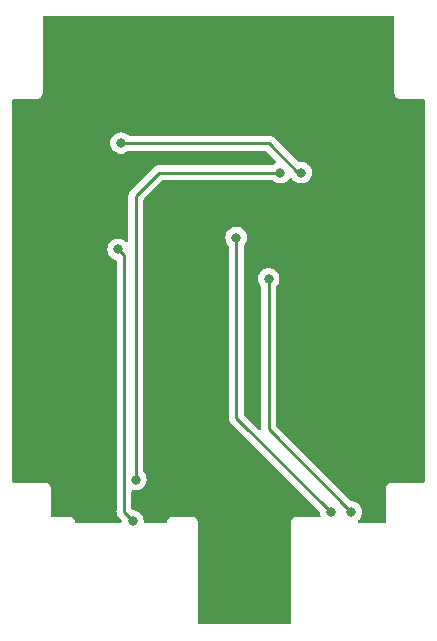
<source format=gbl>
%TF.GenerationSoftware,KiCad,Pcbnew,(6.0.1)*%
%TF.CreationDate,2022-02-03T01:47:34-08:00*%
%TF.ProjectId,sd2ps2,73643270-7332-42e6-9b69-6361645f7063,rev?*%
%TF.SameCoordinates,Original*%
%TF.FileFunction,Copper,L2,Bot*%
%TF.FilePolarity,Positive*%
%FSLAX46Y46*%
G04 Gerber Fmt 4.6, Leading zero omitted, Abs format (unit mm)*
G04 Created by KiCad (PCBNEW (6.0.1)) date 2022-02-03 01:47:34*
%MOMM*%
%LPD*%
G01*
G04 APERTURE LIST*
%TA.AperFunction,ViaPad*%
%ADD10C,0.800000*%
%TD*%
%TA.AperFunction,Conductor*%
%ADD11C,0.250000*%
%TD*%
G04 APERTURE END LIST*
D10*
%TO.N,GND*%
X178000000Y-105000000D03*
X200000000Y-97500000D03*
X200000000Y-107500000D03*
X170000000Y-115000000D03*
X200000000Y-110000000D03*
X167500000Y-95000000D03*
X170000000Y-112500000D03*
X174000000Y-105000000D03*
X170000000Y-110000000D03*
X200000000Y-100000000D03*
X197500000Y-80000000D03*
X200000000Y-112500000D03*
X167500000Y-100000000D03*
X200000000Y-87500000D03*
X174000000Y-110000000D03*
X167500000Y-97500000D03*
X170000000Y-77500000D03*
X178000000Y-110000000D03*
X167500000Y-110000000D03*
X197500000Y-77500000D03*
X200000000Y-90000000D03*
X167500000Y-102500000D03*
X197500000Y-82500000D03*
X189500000Y-110000000D03*
X180500000Y-105000000D03*
X167500000Y-112500000D03*
X180500000Y-110000000D03*
X170000000Y-82500000D03*
X170000000Y-80000000D03*
X200000000Y-92500000D03*
X170000000Y-105000000D03*
X167500000Y-90000000D03*
X200000000Y-102500000D03*
X197500000Y-85000000D03*
X180500000Y-107500000D03*
X189500000Y-105000000D03*
X174000000Y-107500000D03*
X167500000Y-107500000D03*
X186500000Y-107500000D03*
X170000000Y-107500000D03*
X167500000Y-105000000D03*
X167500000Y-87500000D03*
X200000000Y-85000000D03*
X184000000Y-107500000D03*
X167500000Y-115000000D03*
X200000000Y-95000000D03*
X167500000Y-85000000D03*
X178000000Y-107500000D03*
X167500000Y-92500000D03*
X184000000Y-105000000D03*
X200000000Y-105000000D03*
X184000000Y-110000000D03*
%TO.N,/CLK*%
X188750000Y-89750000D03*
X176500000Y-115750000D03*
%TO.N,/CS*%
X175000000Y-96250000D03*
X176250000Y-119250000D03*
%TO.N,/DI*%
X185000000Y-95250008D03*
X193000000Y-118500000D03*
%TO.N,/DO*%
X187750016Y-98750000D03*
X194750000Y-118500000D03*
%TO.N,/CD*%
X175250000Y-87250000D03*
X190500000Y-89749996D03*
%TD*%
D11*
%TO.N,/CLK*%
X176500000Y-115750000D02*
X176500000Y-91750000D01*
X176500000Y-91750000D02*
X178500000Y-89750000D01*
X178500000Y-89750000D02*
X188750000Y-89750000D01*
%TO.N,/CS*%
X175500000Y-118500000D02*
X175500000Y-96750000D01*
X175500000Y-96750000D02*
X175000000Y-96250000D01*
X176250000Y-119250000D02*
X175500000Y-118500000D01*
%TO.N,/DI*%
X193000000Y-118500000D02*
X185000000Y-110500000D01*
X185000000Y-110500000D02*
X185000000Y-95250008D01*
%TO.N,/DO*%
X194750000Y-118500000D02*
X187750016Y-111500016D01*
X187750016Y-111500016D02*
X187750016Y-98750000D01*
%TO.N,/CD*%
X175250000Y-87250000D02*
X187750000Y-87250000D01*
X190249996Y-89749996D02*
X190500000Y-89749996D01*
X187750000Y-87250000D02*
X190249996Y-89749996D01*
%TD*%
%TA.AperFunction,Conductor*%
%TO.N,GND*%
G36*
X198334121Y-76528002D02*
G01*
X198380614Y-76581658D01*
X198392000Y-76634000D01*
X198392000Y-82991298D01*
X198391998Y-82992068D01*
X198391524Y-83069652D01*
X198393990Y-83078281D01*
X198393991Y-83078286D01*
X198399639Y-83098048D01*
X198403217Y-83114809D01*
X198406130Y-83135152D01*
X198406133Y-83135162D01*
X198407405Y-83144045D01*
X198418021Y-83167395D01*
X198424464Y-83184907D01*
X198431512Y-83209565D01*
X198447274Y-83234548D01*
X198455404Y-83249614D01*
X198467633Y-83276510D01*
X198484374Y-83295939D01*
X198495479Y-83310947D01*
X198509160Y-83332631D01*
X198515888Y-83338573D01*
X198531296Y-83352181D01*
X198543340Y-83364373D01*
X198562619Y-83386747D01*
X198570147Y-83391626D01*
X198570150Y-83391629D01*
X198584139Y-83400696D01*
X198599013Y-83411986D01*
X198618228Y-83428956D01*
X198626354Y-83432771D01*
X198626355Y-83432772D01*
X198632021Y-83435432D01*
X198644966Y-83441510D01*
X198659935Y-83449824D01*
X198684727Y-83465893D01*
X198701650Y-83470954D01*
X198709290Y-83473239D01*
X198726736Y-83479901D01*
X198749948Y-83490799D01*
X198779130Y-83495343D01*
X198795849Y-83499126D01*
X198815536Y-83505014D01*
X198815539Y-83505015D01*
X198824141Y-83507587D01*
X198833116Y-83507642D01*
X198833117Y-83507642D01*
X198839810Y-83507683D01*
X198858556Y-83507797D01*
X198859328Y-83507830D01*
X198860423Y-83508000D01*
X198891298Y-83508000D01*
X198892068Y-83508002D01*
X198965716Y-83508452D01*
X198965717Y-83508452D01*
X198969652Y-83508476D01*
X198970996Y-83508092D01*
X198972341Y-83508000D01*
X200866000Y-83508000D01*
X200934121Y-83528002D01*
X200980614Y-83581658D01*
X200992000Y-83634000D01*
X200992000Y-115866000D01*
X200971998Y-115934121D01*
X200918342Y-115980614D01*
X200866000Y-115992000D01*
X198208702Y-115992000D01*
X198207932Y-115991998D01*
X198207078Y-115991993D01*
X198130348Y-115991524D01*
X198121719Y-115993990D01*
X198121714Y-115993991D01*
X198101952Y-115999639D01*
X198085191Y-116003217D01*
X198064848Y-116006130D01*
X198064838Y-116006133D01*
X198055955Y-116007405D01*
X198032605Y-116018021D01*
X198015093Y-116024464D01*
X198007057Y-116026761D01*
X197990435Y-116031512D01*
X197965452Y-116047274D01*
X197950386Y-116055404D01*
X197923490Y-116067633D01*
X197904061Y-116084374D01*
X197889053Y-116095479D01*
X197867369Y-116109160D01*
X197861427Y-116115888D01*
X197847819Y-116131296D01*
X197835627Y-116143340D01*
X197813253Y-116162619D01*
X197808374Y-116170147D01*
X197808371Y-116170150D01*
X197799304Y-116184139D01*
X197788014Y-116199013D01*
X197771044Y-116218228D01*
X197758490Y-116244966D01*
X197750176Y-116259935D01*
X197734107Y-116284727D01*
X197731535Y-116293327D01*
X197726761Y-116309290D01*
X197720099Y-116326736D01*
X197709201Y-116349948D01*
X197704658Y-116379128D01*
X197700874Y-116395849D01*
X197694986Y-116415536D01*
X197694985Y-116415539D01*
X197692413Y-116424141D01*
X197692358Y-116433116D01*
X197692358Y-116433117D01*
X197692203Y-116458546D01*
X197692170Y-116459328D01*
X197692000Y-116460423D01*
X197692000Y-116491298D01*
X197691998Y-116492068D01*
X197691524Y-116569652D01*
X197691908Y-116570996D01*
X197692000Y-116572341D01*
X197692000Y-119278911D01*
X197671998Y-119347032D01*
X197618342Y-119393525D01*
X197566977Y-119404907D01*
X196517692Y-119413041D01*
X195415942Y-119421582D01*
X195347669Y-119402109D01*
X195300762Y-119348815D01*
X195290113Y-119278622D01*
X195319105Y-119213814D01*
X195340904Y-119193651D01*
X195355907Y-119182751D01*
X195355912Y-119182746D01*
X195361253Y-119178866D01*
X195373322Y-119165462D01*
X195484621Y-119041852D01*
X195484622Y-119041851D01*
X195489040Y-119036944D01*
X195552654Y-118926761D01*
X195581223Y-118877279D01*
X195581224Y-118877278D01*
X195584527Y-118871556D01*
X195643542Y-118689928D01*
X195655512Y-118576045D01*
X195662814Y-118506565D01*
X195663504Y-118500000D01*
X195651301Y-118383891D01*
X195644232Y-118316635D01*
X195644232Y-118316633D01*
X195643542Y-118310072D01*
X195584527Y-118128444D01*
X195489040Y-117963056D01*
X195361253Y-117821134D01*
X195206752Y-117708882D01*
X195200724Y-117706198D01*
X195200722Y-117706197D01*
X195038319Y-117633891D01*
X195038318Y-117633891D01*
X195032288Y-117631206D01*
X194938887Y-117611353D01*
X194851944Y-117592872D01*
X194851939Y-117592872D01*
X194845487Y-117591500D01*
X194789595Y-117591500D01*
X194721474Y-117571498D01*
X194700500Y-117554595D01*
X188420421Y-111274516D01*
X188386395Y-111212204D01*
X188383516Y-111185421D01*
X188383516Y-99452524D01*
X188403518Y-99384403D01*
X188415874Y-99368221D01*
X188489056Y-99286944D01*
X188584543Y-99121556D01*
X188643558Y-98939928D01*
X188663520Y-98750000D01*
X188643558Y-98560072D01*
X188584543Y-98378444D01*
X188489056Y-98213056D01*
X188361269Y-98071134D01*
X188206768Y-97958882D01*
X188200740Y-97956198D01*
X188200738Y-97956197D01*
X188038335Y-97883891D01*
X188038334Y-97883891D01*
X188032304Y-97881206D01*
X187938903Y-97861353D01*
X187851960Y-97842872D01*
X187851955Y-97842872D01*
X187845503Y-97841500D01*
X187654529Y-97841500D01*
X187648077Y-97842872D01*
X187648072Y-97842872D01*
X187561129Y-97861353D01*
X187467728Y-97881206D01*
X187461698Y-97883891D01*
X187461697Y-97883891D01*
X187299294Y-97956197D01*
X187299292Y-97956198D01*
X187293264Y-97958882D01*
X187138763Y-98071134D01*
X187010976Y-98213056D01*
X186915489Y-98378444D01*
X186856474Y-98560072D01*
X186836512Y-98750000D01*
X186856474Y-98939928D01*
X186915489Y-99121556D01*
X187010976Y-99286944D01*
X187084153Y-99368215D01*
X187114869Y-99432221D01*
X187116516Y-99452524D01*
X187116516Y-111416421D01*
X187096514Y-111484542D01*
X187042858Y-111531035D01*
X186972584Y-111541139D01*
X186908004Y-111511645D01*
X186901421Y-111505516D01*
X185670405Y-110274500D01*
X185636379Y-110212188D01*
X185633500Y-110185405D01*
X185633500Y-95952532D01*
X185653502Y-95884411D01*
X185665858Y-95868229D01*
X185739040Y-95786952D01*
X185834527Y-95621564D01*
X185893542Y-95439936D01*
X185899433Y-95383891D01*
X185912814Y-95256573D01*
X185913504Y-95250008D01*
X185893542Y-95060080D01*
X185834527Y-94878452D01*
X185739040Y-94713064D01*
X185611253Y-94571142D01*
X185456752Y-94458890D01*
X185450724Y-94456206D01*
X185450722Y-94456205D01*
X185288319Y-94383899D01*
X185288318Y-94383899D01*
X185282288Y-94381214D01*
X185188888Y-94361361D01*
X185101944Y-94342880D01*
X185101939Y-94342880D01*
X185095487Y-94341508D01*
X184904513Y-94341508D01*
X184898061Y-94342880D01*
X184898056Y-94342880D01*
X184811113Y-94361361D01*
X184717712Y-94381214D01*
X184711682Y-94383899D01*
X184711681Y-94383899D01*
X184549278Y-94456205D01*
X184549276Y-94456206D01*
X184543248Y-94458890D01*
X184388747Y-94571142D01*
X184260960Y-94713064D01*
X184165473Y-94878452D01*
X184106458Y-95060080D01*
X184086496Y-95250008D01*
X184087186Y-95256573D01*
X184100568Y-95383891D01*
X184106458Y-95439936D01*
X184165473Y-95621564D01*
X184260960Y-95786952D01*
X184334137Y-95868223D01*
X184364853Y-95932229D01*
X184366500Y-95952532D01*
X184366500Y-110421233D01*
X184365973Y-110432416D01*
X184364298Y-110439909D01*
X184364547Y-110447835D01*
X184364547Y-110447836D01*
X184366438Y-110507986D01*
X184366500Y-110511945D01*
X184366500Y-110539856D01*
X184366997Y-110543790D01*
X184366997Y-110543791D01*
X184367005Y-110543856D01*
X184367938Y-110555693D01*
X184369327Y-110599889D01*
X184374978Y-110619339D01*
X184378987Y-110638700D01*
X184381526Y-110658797D01*
X184384445Y-110666168D01*
X184384445Y-110666170D01*
X184397804Y-110699912D01*
X184401649Y-110711142D01*
X184413982Y-110753593D01*
X184418015Y-110760412D01*
X184418017Y-110760417D01*
X184424293Y-110771028D01*
X184432988Y-110788776D01*
X184440448Y-110807617D01*
X184445110Y-110814033D01*
X184445110Y-110814034D01*
X184466436Y-110843387D01*
X184472952Y-110853307D01*
X184495458Y-110891362D01*
X184509779Y-110905683D01*
X184522619Y-110920716D01*
X184534528Y-110937107D01*
X184540634Y-110942158D01*
X184568605Y-110965298D01*
X184577384Y-110973288D01*
X192052878Y-118448782D01*
X192086904Y-118511094D01*
X192089092Y-118524703D01*
X192106458Y-118689928D01*
X192108498Y-118696206D01*
X192136168Y-118781366D01*
X192138196Y-118852334D01*
X192101533Y-118913131D01*
X192037821Y-118944457D01*
X191966841Y-118935123D01*
X191965273Y-118934107D01*
X191956676Y-118931536D01*
X191956674Y-118931535D01*
X191940710Y-118926761D01*
X191923264Y-118920099D01*
X191918827Y-118918016D01*
X191900052Y-118909201D01*
X191870870Y-118904657D01*
X191854151Y-118900874D01*
X191834464Y-118894986D01*
X191834461Y-118894985D01*
X191825859Y-118892413D01*
X191816884Y-118892358D01*
X191816883Y-118892358D01*
X191810190Y-118892317D01*
X191791444Y-118892203D01*
X191790672Y-118892170D01*
X191789577Y-118892000D01*
X191758702Y-118892000D01*
X191757932Y-118891998D01*
X191684284Y-118891548D01*
X191684283Y-118891548D01*
X191680348Y-118891524D01*
X191679004Y-118891908D01*
X191677659Y-118892000D01*
X190158702Y-118892000D01*
X190157932Y-118891998D01*
X190157078Y-118891993D01*
X190080348Y-118891524D01*
X190071719Y-118893990D01*
X190071714Y-118893991D01*
X190051952Y-118899639D01*
X190035191Y-118903217D01*
X190014848Y-118906130D01*
X190014838Y-118906133D01*
X190005955Y-118907405D01*
X189982605Y-118918021D01*
X189965093Y-118924464D01*
X189957057Y-118926761D01*
X189940435Y-118931512D01*
X189915452Y-118947274D01*
X189900386Y-118955404D01*
X189873490Y-118967633D01*
X189854061Y-118984374D01*
X189839053Y-118995479D01*
X189817369Y-119009160D01*
X189811427Y-119015888D01*
X189797819Y-119031296D01*
X189785626Y-119043341D01*
X189773495Y-119053794D01*
X189763253Y-119062619D01*
X189758374Y-119070147D01*
X189758371Y-119070150D01*
X189749304Y-119084139D01*
X189738014Y-119099013D01*
X189721044Y-119118228D01*
X189708490Y-119144966D01*
X189700176Y-119159935D01*
X189684107Y-119184727D01*
X189681535Y-119193327D01*
X189676761Y-119209290D01*
X189670099Y-119226736D01*
X189659201Y-119249948D01*
X189654737Y-119278622D01*
X189654658Y-119279128D01*
X189650874Y-119295849D01*
X189644986Y-119315536D01*
X189644985Y-119315539D01*
X189642413Y-119324141D01*
X189642358Y-119333116D01*
X189642358Y-119333117D01*
X189642203Y-119358546D01*
X189642170Y-119359328D01*
X189642000Y-119360423D01*
X189642000Y-119391298D01*
X189641998Y-119392068D01*
X189641952Y-119399679D01*
X189641524Y-119469652D01*
X189641908Y-119470996D01*
X189642000Y-119472341D01*
X189642000Y-127866000D01*
X189621998Y-127934121D01*
X189568342Y-127980614D01*
X189516000Y-127992000D01*
X181884000Y-127992000D01*
X181815879Y-127971998D01*
X181769386Y-127918342D01*
X181758000Y-127866000D01*
X181758000Y-119408702D01*
X181758002Y-119407932D01*
X181758421Y-119339322D01*
X181758476Y-119330348D01*
X181756010Y-119321719D01*
X181756009Y-119321714D01*
X181750361Y-119301952D01*
X181746783Y-119285191D01*
X181743870Y-119264848D01*
X181743867Y-119264838D01*
X181742595Y-119255955D01*
X181731979Y-119232605D01*
X181725536Y-119215093D01*
X181720954Y-119199063D01*
X181718488Y-119190435D01*
X181702726Y-119165452D01*
X181694596Y-119150386D01*
X181682367Y-119123490D01*
X181665626Y-119104061D01*
X181654521Y-119089053D01*
X181645630Y-119074961D01*
X181640840Y-119067369D01*
X181618703Y-119047818D01*
X181606659Y-119035626D01*
X181593239Y-119020051D01*
X181593237Y-119020050D01*
X181587381Y-119013253D01*
X181579853Y-119008374D01*
X181579850Y-119008371D01*
X181565861Y-118999304D01*
X181550987Y-118988014D01*
X181538502Y-118976988D01*
X181531772Y-118971044D01*
X181523646Y-118967229D01*
X181523645Y-118967228D01*
X181517979Y-118964568D01*
X181505034Y-118958490D01*
X181490065Y-118950176D01*
X181465273Y-118934107D01*
X181440709Y-118926761D01*
X181423264Y-118920099D01*
X181418827Y-118918016D01*
X181400052Y-118909201D01*
X181370870Y-118904657D01*
X181354151Y-118900874D01*
X181334464Y-118894986D01*
X181334461Y-118894985D01*
X181325859Y-118892413D01*
X181316884Y-118892358D01*
X181316883Y-118892358D01*
X181310190Y-118892317D01*
X181291444Y-118892203D01*
X181290672Y-118892170D01*
X181289577Y-118892000D01*
X181258702Y-118892000D01*
X181257932Y-118891998D01*
X181184284Y-118891548D01*
X181184283Y-118891548D01*
X181180348Y-118891524D01*
X181179004Y-118891908D01*
X181177659Y-118892000D01*
X179658702Y-118892000D01*
X179657932Y-118891998D01*
X179657078Y-118891993D01*
X179580348Y-118891524D01*
X179571719Y-118893990D01*
X179571714Y-118893991D01*
X179551952Y-118899639D01*
X179535191Y-118903217D01*
X179514848Y-118906130D01*
X179514838Y-118906133D01*
X179505955Y-118907405D01*
X179482605Y-118918021D01*
X179465093Y-118924464D01*
X179457057Y-118926761D01*
X179440435Y-118931512D01*
X179415452Y-118947274D01*
X179400386Y-118955404D01*
X179373490Y-118967633D01*
X179354061Y-118984374D01*
X179339053Y-118995479D01*
X179317369Y-119009160D01*
X179311427Y-119015888D01*
X179297819Y-119031296D01*
X179285626Y-119043341D01*
X179273495Y-119053794D01*
X179263253Y-119062619D01*
X179258374Y-119070147D01*
X179258371Y-119070150D01*
X179249304Y-119084139D01*
X179238014Y-119099013D01*
X179221044Y-119118228D01*
X179208490Y-119144966D01*
X179200176Y-119159935D01*
X179184107Y-119184727D01*
X179181535Y-119193327D01*
X179176761Y-119209290D01*
X179170099Y-119226736D01*
X179159201Y-119249948D01*
X179154737Y-119278622D01*
X179154658Y-119279128D01*
X179150873Y-119295854D01*
X179146609Y-119310109D01*
X179107924Y-119369640D01*
X179043195Y-119398807D01*
X179025894Y-119400000D01*
X177287676Y-119400000D01*
X177219555Y-119379998D01*
X177173062Y-119326342D01*
X177162366Y-119260833D01*
X177162814Y-119256570D01*
X177162814Y-119256565D01*
X177163504Y-119250000D01*
X177157582Y-119193651D01*
X177144232Y-119066635D01*
X177144232Y-119066633D01*
X177143542Y-119060072D01*
X177084527Y-118878444D01*
X177080806Y-118871998D01*
X176992341Y-118718774D01*
X176989040Y-118713056D01*
X176982175Y-118705431D01*
X176865675Y-118576045D01*
X176865674Y-118576044D01*
X176861253Y-118571134D01*
X176706752Y-118458882D01*
X176700724Y-118456198D01*
X176700722Y-118456197D01*
X176538319Y-118383891D01*
X176538318Y-118383891D01*
X176532288Y-118381206D01*
X176438887Y-118361353D01*
X176351944Y-118342872D01*
X176351939Y-118342872D01*
X176345487Y-118341500D01*
X176289595Y-118341500D01*
X176221474Y-118321498D01*
X176200500Y-118304595D01*
X176170405Y-118274500D01*
X176136379Y-118212188D01*
X176133500Y-118185405D01*
X176133500Y-116756492D01*
X176153502Y-116688371D01*
X176207158Y-116641878D01*
X176277432Y-116631774D01*
X176285697Y-116633245D01*
X176398056Y-116657128D01*
X176398061Y-116657128D01*
X176404513Y-116658500D01*
X176595487Y-116658500D01*
X176601939Y-116657128D01*
X176601944Y-116657128D01*
X176688887Y-116638647D01*
X176782288Y-116618794D01*
X176810330Y-116606309D01*
X176950722Y-116543803D01*
X176950724Y-116543802D01*
X176956752Y-116541118D01*
X177111253Y-116428866D01*
X177123255Y-116415536D01*
X177234621Y-116291852D01*
X177234622Y-116291851D01*
X177239040Y-116286944D01*
X177319364Y-116147819D01*
X177331223Y-116127279D01*
X177331224Y-116127278D01*
X177334527Y-116121556D01*
X177393542Y-115939928D01*
X177413504Y-115750000D01*
X177393542Y-115560072D01*
X177334527Y-115378444D01*
X177239040Y-115213056D01*
X177165863Y-115131785D01*
X177135147Y-115067779D01*
X177133500Y-115047476D01*
X177133500Y-92064594D01*
X177153502Y-91996473D01*
X177170405Y-91975499D01*
X178725500Y-90420405D01*
X178787812Y-90386379D01*
X178814595Y-90383500D01*
X188041800Y-90383500D01*
X188109921Y-90403502D01*
X188129147Y-90419843D01*
X188129420Y-90419540D01*
X188134332Y-90423963D01*
X188138747Y-90428866D01*
X188160329Y-90444546D01*
X188287901Y-90537233D01*
X188293248Y-90541118D01*
X188299276Y-90543802D01*
X188299278Y-90543803D01*
X188461672Y-90616105D01*
X188467712Y-90618794D01*
X188561113Y-90638647D01*
X188648056Y-90657128D01*
X188648061Y-90657128D01*
X188654513Y-90658500D01*
X188845487Y-90658500D01*
X188851939Y-90657128D01*
X188851944Y-90657128D01*
X188938887Y-90638647D01*
X189032288Y-90618794D01*
X189038328Y-90616105D01*
X189200722Y-90543803D01*
X189200724Y-90543802D01*
X189206752Y-90541118D01*
X189212100Y-90537233D01*
X189262157Y-90500864D01*
X189361253Y-90428866D01*
X189365675Y-90423955D01*
X189484621Y-90291852D01*
X189484624Y-90291848D01*
X189489040Y-90286944D01*
X189515882Y-90240452D01*
X189567264Y-90191459D01*
X189636978Y-90178023D01*
X189702889Y-90204409D01*
X189734120Y-90240452D01*
X189760960Y-90286940D01*
X189888747Y-90428862D01*
X190043248Y-90541114D01*
X190049276Y-90543798D01*
X190049278Y-90543799D01*
X190211681Y-90616105D01*
X190217712Y-90618790D01*
X190311113Y-90638643D01*
X190398056Y-90657124D01*
X190398061Y-90657124D01*
X190404513Y-90658496D01*
X190595487Y-90658496D01*
X190601939Y-90657124D01*
X190601944Y-90657124D01*
X190688887Y-90638643D01*
X190782288Y-90618790D01*
X190788319Y-90616105D01*
X190950722Y-90543799D01*
X190950724Y-90543798D01*
X190956752Y-90541114D01*
X191111253Y-90428862D01*
X191239040Y-90286940D01*
X191334527Y-90121552D01*
X191393542Y-89939924D01*
X191413504Y-89749996D01*
X191393542Y-89560068D01*
X191334527Y-89378440D01*
X191239040Y-89213052D01*
X191162229Y-89127744D01*
X191115675Y-89076041D01*
X191115674Y-89076040D01*
X191111253Y-89071130D01*
X191012157Y-88999132D01*
X190962094Y-88962759D01*
X190962093Y-88962758D01*
X190956752Y-88958878D01*
X190950724Y-88956194D01*
X190950722Y-88956193D01*
X190788319Y-88883887D01*
X190788318Y-88883887D01*
X190782288Y-88881202D01*
X190688887Y-88861349D01*
X190601944Y-88842868D01*
X190601939Y-88842868D01*
X190595487Y-88841496D01*
X190404513Y-88841496D01*
X190398058Y-88842868D01*
X190398049Y-88842869D01*
X190333613Y-88856566D01*
X190262822Y-88851165D01*
X190218320Y-88822415D01*
X188253652Y-86857747D01*
X188246112Y-86849461D01*
X188242000Y-86842982D01*
X188192348Y-86796356D01*
X188189507Y-86793602D01*
X188169770Y-86773865D01*
X188166573Y-86771385D01*
X188157551Y-86763680D01*
X188131100Y-86738841D01*
X188125321Y-86733414D01*
X188118375Y-86729595D01*
X188118372Y-86729593D01*
X188107566Y-86723652D01*
X188091047Y-86712801D01*
X188085048Y-86708148D01*
X188075041Y-86700386D01*
X188067772Y-86697241D01*
X188067768Y-86697238D01*
X188034463Y-86682826D01*
X188023813Y-86677609D01*
X187985060Y-86656305D01*
X187965437Y-86651267D01*
X187946734Y-86644863D01*
X187935420Y-86639967D01*
X187935419Y-86639967D01*
X187928145Y-86636819D01*
X187920322Y-86635580D01*
X187920312Y-86635577D01*
X187884476Y-86629901D01*
X187872856Y-86627495D01*
X187837711Y-86618472D01*
X187837710Y-86618472D01*
X187830030Y-86616500D01*
X187809776Y-86616500D01*
X187790065Y-86614949D01*
X187777886Y-86613020D01*
X187770057Y-86611780D01*
X187762165Y-86612526D01*
X187726039Y-86615941D01*
X187714181Y-86616500D01*
X175958200Y-86616500D01*
X175890079Y-86596498D01*
X175870853Y-86580157D01*
X175870580Y-86580460D01*
X175865668Y-86576037D01*
X175861253Y-86571134D01*
X175706752Y-86458882D01*
X175700724Y-86456198D01*
X175700722Y-86456197D01*
X175538319Y-86383891D01*
X175538318Y-86383891D01*
X175532288Y-86381206D01*
X175438888Y-86361353D01*
X175351944Y-86342872D01*
X175351939Y-86342872D01*
X175345487Y-86341500D01*
X175154513Y-86341500D01*
X175148061Y-86342872D01*
X175148056Y-86342872D01*
X175061112Y-86361353D01*
X174967712Y-86381206D01*
X174961682Y-86383891D01*
X174961681Y-86383891D01*
X174799278Y-86456197D01*
X174799276Y-86456198D01*
X174793248Y-86458882D01*
X174638747Y-86571134D01*
X174634326Y-86576044D01*
X174634325Y-86576045D01*
X174525203Y-86697238D01*
X174510960Y-86713056D01*
X174415473Y-86878444D01*
X174356458Y-87060072D01*
X174336496Y-87250000D01*
X174356458Y-87439928D01*
X174415473Y-87621556D01*
X174510960Y-87786944D01*
X174638747Y-87928866D01*
X174793248Y-88041118D01*
X174799276Y-88043802D01*
X174799278Y-88043803D01*
X174961681Y-88116109D01*
X174967712Y-88118794D01*
X175061112Y-88138647D01*
X175148056Y-88157128D01*
X175148061Y-88157128D01*
X175154513Y-88158500D01*
X175345487Y-88158500D01*
X175351939Y-88157128D01*
X175351944Y-88157128D01*
X175438887Y-88138647D01*
X175532288Y-88118794D01*
X175538319Y-88116109D01*
X175700722Y-88043803D01*
X175700724Y-88043802D01*
X175706752Y-88041118D01*
X175861253Y-87928866D01*
X175865668Y-87923963D01*
X175870580Y-87919540D01*
X175871705Y-87920789D01*
X175925014Y-87887949D01*
X175958200Y-87883500D01*
X187435406Y-87883500D01*
X187503527Y-87903502D01*
X187524501Y-87920405D01*
X188350248Y-88746152D01*
X188384274Y-88808464D01*
X188379209Y-88879279D01*
X188336662Y-88936115D01*
X188312402Y-88950354D01*
X188299278Y-88956197D01*
X188299276Y-88956198D01*
X188293248Y-88958882D01*
X188138747Y-89071134D01*
X188134332Y-89076037D01*
X188129420Y-89080460D01*
X188128295Y-89079211D01*
X188074986Y-89112051D01*
X188041800Y-89116500D01*
X178578767Y-89116500D01*
X178567584Y-89115973D01*
X178560091Y-89114298D01*
X178552165Y-89114547D01*
X178552164Y-89114547D01*
X178492014Y-89116438D01*
X178488055Y-89116500D01*
X178460144Y-89116500D01*
X178456210Y-89116997D01*
X178456209Y-89116997D01*
X178456144Y-89117005D01*
X178444307Y-89117938D01*
X178412490Y-89118938D01*
X178408029Y-89119078D01*
X178400110Y-89119327D01*
X178382454Y-89124456D01*
X178380658Y-89124978D01*
X178361306Y-89128986D01*
X178354235Y-89129880D01*
X178341203Y-89131526D01*
X178333834Y-89134443D01*
X178333832Y-89134444D01*
X178300097Y-89147800D01*
X178288869Y-89151645D01*
X178246407Y-89163982D01*
X178239584Y-89168017D01*
X178239582Y-89168018D01*
X178228972Y-89174293D01*
X178211224Y-89182988D01*
X178192383Y-89190448D01*
X178185967Y-89195110D01*
X178185966Y-89195110D01*
X178156613Y-89216436D01*
X178146693Y-89222952D01*
X178115465Y-89241420D01*
X178115462Y-89241422D01*
X178108638Y-89245458D01*
X178094317Y-89259779D01*
X178079284Y-89272619D01*
X178062893Y-89284528D01*
X178057842Y-89290634D01*
X178034702Y-89318605D01*
X178026712Y-89327384D01*
X176107747Y-91246348D01*
X176099461Y-91253888D01*
X176092982Y-91258000D01*
X176087557Y-91263777D01*
X176046357Y-91307651D01*
X176043602Y-91310493D01*
X176023865Y-91330230D01*
X176021385Y-91333427D01*
X176013682Y-91342447D01*
X175983414Y-91374679D01*
X175979595Y-91381625D01*
X175979593Y-91381628D01*
X175973652Y-91392434D01*
X175962801Y-91408953D01*
X175950386Y-91424959D01*
X175947241Y-91432228D01*
X175947238Y-91432232D01*
X175932826Y-91465537D01*
X175927609Y-91476187D01*
X175906305Y-91514940D01*
X175904334Y-91522615D01*
X175904334Y-91522616D01*
X175901267Y-91534562D01*
X175894863Y-91553266D01*
X175886819Y-91571855D01*
X175885580Y-91579678D01*
X175885577Y-91579688D01*
X175879901Y-91615524D01*
X175877495Y-91627144D01*
X175866500Y-91669970D01*
X175866500Y-91690224D01*
X175864949Y-91709934D01*
X175861780Y-91729943D01*
X175862526Y-91737835D01*
X175865941Y-91773961D01*
X175866500Y-91785819D01*
X175866500Y-95526374D01*
X175846498Y-95594495D01*
X175792842Y-95640988D01*
X175722568Y-95651092D01*
X175657988Y-95621598D01*
X175646864Y-95610684D01*
X175615675Y-95576045D01*
X175615674Y-95576044D01*
X175611253Y-95571134D01*
X175456752Y-95458882D01*
X175450724Y-95456198D01*
X175450722Y-95456197D01*
X175288319Y-95383891D01*
X175288318Y-95383891D01*
X175282288Y-95381206D01*
X175188887Y-95361353D01*
X175101944Y-95342872D01*
X175101939Y-95342872D01*
X175095487Y-95341500D01*
X174904513Y-95341500D01*
X174898061Y-95342872D01*
X174898056Y-95342872D01*
X174811112Y-95361353D01*
X174717712Y-95381206D01*
X174711682Y-95383891D01*
X174711681Y-95383891D01*
X174549278Y-95456197D01*
X174549276Y-95456198D01*
X174543248Y-95458882D01*
X174388747Y-95571134D01*
X174384326Y-95576044D01*
X174384325Y-95576045D01*
X174316753Y-95651092D01*
X174260960Y-95713056D01*
X174165473Y-95878444D01*
X174106458Y-96060072D01*
X174086496Y-96250000D01*
X174106458Y-96439928D01*
X174165473Y-96621556D01*
X174260960Y-96786944D01*
X174388747Y-96928866D01*
X174543248Y-97041118D01*
X174549276Y-97043802D01*
X174549278Y-97043803D01*
X174711681Y-97116109D01*
X174717712Y-97118794D01*
X174766697Y-97129206D01*
X174829170Y-97162934D01*
X174863492Y-97225084D01*
X174866500Y-97252453D01*
X174866500Y-118421233D01*
X174865973Y-118432416D01*
X174864298Y-118439909D01*
X174864547Y-118447835D01*
X174864547Y-118447836D01*
X174866438Y-118507986D01*
X174866500Y-118511945D01*
X174866500Y-118539856D01*
X174866997Y-118543790D01*
X174866997Y-118543791D01*
X174867005Y-118543856D01*
X174867938Y-118555693D01*
X174869327Y-118599889D01*
X174874978Y-118619339D01*
X174878987Y-118638700D01*
X174881526Y-118658797D01*
X174884445Y-118666168D01*
X174884445Y-118666170D01*
X174897804Y-118699912D01*
X174901649Y-118711142D01*
X174913982Y-118753593D01*
X174918015Y-118760412D01*
X174918017Y-118760417D01*
X174924293Y-118771028D01*
X174932988Y-118788776D01*
X174940448Y-118807617D01*
X174945110Y-118814033D01*
X174945110Y-118814034D01*
X174966436Y-118843387D01*
X174972952Y-118853307D01*
X174984434Y-118872721D01*
X174995458Y-118891362D01*
X175009779Y-118905683D01*
X175022619Y-118920716D01*
X175034528Y-118937107D01*
X175066937Y-118963918D01*
X175068605Y-118965298D01*
X175077384Y-118973288D01*
X175289001Y-119184905D01*
X175323027Y-119247217D01*
X175317962Y-119318032D01*
X175275415Y-119374868D01*
X175208895Y-119399679D01*
X175199906Y-119400000D01*
X171473417Y-119400000D01*
X171405296Y-119379998D01*
X171358803Y-119326342D01*
X171352268Y-119308627D01*
X171350361Y-119301955D01*
X171346783Y-119285191D01*
X171343870Y-119264848D01*
X171343867Y-119264838D01*
X171342595Y-119255955D01*
X171331979Y-119232605D01*
X171325536Y-119215093D01*
X171320954Y-119199063D01*
X171318488Y-119190435D01*
X171302726Y-119165452D01*
X171294596Y-119150386D01*
X171282367Y-119123490D01*
X171265626Y-119104061D01*
X171254521Y-119089053D01*
X171245630Y-119074961D01*
X171240840Y-119067369D01*
X171218703Y-119047818D01*
X171206659Y-119035626D01*
X171193239Y-119020051D01*
X171193237Y-119020050D01*
X171187381Y-119013253D01*
X171179853Y-119008374D01*
X171179850Y-119008371D01*
X171165861Y-118999304D01*
X171150987Y-118988014D01*
X171138502Y-118976988D01*
X171131772Y-118971044D01*
X171123646Y-118967229D01*
X171123645Y-118967228D01*
X171117979Y-118964568D01*
X171105034Y-118958490D01*
X171090065Y-118950176D01*
X171065273Y-118934107D01*
X171040709Y-118926761D01*
X171023264Y-118920099D01*
X171018827Y-118918016D01*
X171000052Y-118909201D01*
X170970870Y-118904657D01*
X170954151Y-118900874D01*
X170934464Y-118894986D01*
X170934461Y-118894985D01*
X170925859Y-118892413D01*
X170916884Y-118892358D01*
X170916883Y-118892358D01*
X170910190Y-118892317D01*
X170891444Y-118892203D01*
X170890672Y-118892170D01*
X170889577Y-118892000D01*
X170858702Y-118892000D01*
X170857932Y-118891998D01*
X170784284Y-118891548D01*
X170784283Y-118891548D01*
X170780348Y-118891524D01*
X170779004Y-118891908D01*
X170777659Y-118892000D01*
X169434000Y-118892000D01*
X169365879Y-118871998D01*
X169319386Y-118818342D01*
X169308000Y-118766000D01*
X169308000Y-116508702D01*
X169308002Y-116507932D01*
X169308421Y-116439322D01*
X169308476Y-116430348D01*
X169306010Y-116421719D01*
X169306009Y-116421714D01*
X169300361Y-116401952D01*
X169296783Y-116385191D01*
X169293870Y-116364848D01*
X169293867Y-116364838D01*
X169292595Y-116355955D01*
X169281979Y-116332605D01*
X169275536Y-116315093D01*
X169270954Y-116299063D01*
X169268488Y-116290435D01*
X169252726Y-116265452D01*
X169244596Y-116250386D01*
X169232367Y-116223490D01*
X169215626Y-116204061D01*
X169204521Y-116189053D01*
X169195630Y-116174961D01*
X169190840Y-116167369D01*
X169168703Y-116147818D01*
X169156659Y-116135626D01*
X169143239Y-116120051D01*
X169143237Y-116120050D01*
X169137381Y-116113253D01*
X169129853Y-116108374D01*
X169129850Y-116108371D01*
X169115861Y-116099304D01*
X169100987Y-116088014D01*
X169088502Y-116076988D01*
X169081772Y-116071044D01*
X169073646Y-116067229D01*
X169073645Y-116067228D01*
X169067979Y-116064568D01*
X169055034Y-116058490D01*
X169040065Y-116050176D01*
X169015273Y-116034107D01*
X168990709Y-116026761D01*
X168973264Y-116020099D01*
X168968827Y-116018016D01*
X168950052Y-116009201D01*
X168920870Y-116004657D01*
X168904151Y-116000874D01*
X168884464Y-115994986D01*
X168884461Y-115994985D01*
X168875859Y-115992413D01*
X168866884Y-115992358D01*
X168866883Y-115992358D01*
X168860190Y-115992317D01*
X168841444Y-115992203D01*
X168840672Y-115992170D01*
X168839577Y-115992000D01*
X168808702Y-115992000D01*
X168807932Y-115991998D01*
X168734284Y-115991548D01*
X168734283Y-115991548D01*
X168730348Y-115991524D01*
X168729004Y-115991908D01*
X168727659Y-115992000D01*
X166134000Y-115992000D01*
X166065879Y-115971998D01*
X166019386Y-115918342D01*
X166008000Y-115866000D01*
X166008000Y-83634000D01*
X166028002Y-83565879D01*
X166081658Y-83519386D01*
X166134000Y-83508000D01*
X168091298Y-83508000D01*
X168092069Y-83508002D01*
X168169652Y-83508476D01*
X168178281Y-83506010D01*
X168178286Y-83506009D01*
X168198048Y-83500361D01*
X168214809Y-83496783D01*
X168235152Y-83493870D01*
X168235162Y-83493867D01*
X168244045Y-83492595D01*
X168267395Y-83481979D01*
X168284907Y-83475536D01*
X168300937Y-83470954D01*
X168309565Y-83468488D01*
X168334548Y-83452726D01*
X168349614Y-83444596D01*
X168376510Y-83432367D01*
X168395939Y-83415626D01*
X168410947Y-83404521D01*
X168425039Y-83395630D01*
X168432631Y-83390840D01*
X168452182Y-83368703D01*
X168464374Y-83356659D01*
X168479949Y-83343239D01*
X168479950Y-83343237D01*
X168486747Y-83337381D01*
X168491626Y-83329853D01*
X168491629Y-83329850D01*
X168500696Y-83315861D01*
X168511986Y-83300987D01*
X168523012Y-83288502D01*
X168528956Y-83281772D01*
X168541510Y-83255034D01*
X168549824Y-83240065D01*
X168565893Y-83215273D01*
X168573239Y-83190709D01*
X168579901Y-83173264D01*
X168586983Y-83158179D01*
X168590799Y-83150052D01*
X168595343Y-83120870D01*
X168599126Y-83104151D01*
X168605014Y-83084464D01*
X168605015Y-83084461D01*
X168607587Y-83075859D01*
X168607797Y-83041444D01*
X168607830Y-83040672D01*
X168608000Y-83039577D01*
X168608000Y-83008702D01*
X168608002Y-83007932D01*
X168608452Y-82934284D01*
X168608452Y-82934283D01*
X168608476Y-82930348D01*
X168608092Y-82929004D01*
X168608000Y-82927659D01*
X168608000Y-76634000D01*
X168628002Y-76565879D01*
X168681658Y-76519386D01*
X168734000Y-76508000D01*
X198266000Y-76508000D01*
X198334121Y-76528002D01*
G37*
%TD.AperFunction*%
%TD*%
M02*

</source>
